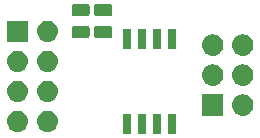
<source format=gbr>
G04 #@! TF.GenerationSoftware,KiCad,Pcbnew,5.1.2-1.fc30*
G04 #@! TF.CreationDate,2019-06-06T23:18:04+03:00*
G04 #@! TF.ProjectId,kicad_spi_nor_opi,6b696361-645f-4737-9069-5f6e6f725f6f,rev?*
G04 #@! TF.SameCoordinates,Original*
G04 #@! TF.FileFunction,Soldermask,Top*
G04 #@! TF.FilePolarity,Negative*
%FSLAX46Y46*%
G04 Gerber Fmt 4.6, Leading zero omitted, Abs format (unit mm)*
G04 Created by KiCad (PCBNEW 5.1.2-1.fc30) date 2019-06-06 23:18:04*
%MOMM*%
%LPD*%
G04 APERTURE LIST*
%ADD10C,0.100000*%
G04 APERTURE END LIST*
D10*
G36*
X93350928Y-115063764D02*
G01*
X93372009Y-115070160D01*
X93391445Y-115080548D01*
X93408476Y-115094524D01*
X93422452Y-115111555D01*
X93432840Y-115130991D01*
X93439236Y-115152072D01*
X93442000Y-115180140D01*
X93442000Y-116643860D01*
X93439236Y-116671928D01*
X93432840Y-116693009D01*
X93422452Y-116712445D01*
X93408476Y-116729476D01*
X93391445Y-116743452D01*
X93372009Y-116753840D01*
X93350928Y-116760236D01*
X93322860Y-116763000D01*
X92859140Y-116763000D01*
X92831072Y-116760236D01*
X92809991Y-116753840D01*
X92790555Y-116743452D01*
X92773524Y-116729476D01*
X92759548Y-116712445D01*
X92749160Y-116693009D01*
X92742764Y-116671928D01*
X92740000Y-116643860D01*
X92740000Y-115180140D01*
X92742764Y-115152072D01*
X92749160Y-115130991D01*
X92759548Y-115111555D01*
X92773524Y-115094524D01*
X92790555Y-115080548D01*
X92809991Y-115070160D01*
X92831072Y-115063764D01*
X92859140Y-115061000D01*
X93322860Y-115061000D01*
X93350928Y-115063764D01*
X93350928Y-115063764D01*
G37*
G36*
X90810928Y-115063764D02*
G01*
X90832009Y-115070160D01*
X90851445Y-115080548D01*
X90868476Y-115094524D01*
X90882452Y-115111555D01*
X90892840Y-115130991D01*
X90899236Y-115152072D01*
X90902000Y-115180140D01*
X90902000Y-116643860D01*
X90899236Y-116671928D01*
X90892840Y-116693009D01*
X90882452Y-116712445D01*
X90868476Y-116729476D01*
X90851445Y-116743452D01*
X90832009Y-116753840D01*
X90810928Y-116760236D01*
X90782860Y-116763000D01*
X90319140Y-116763000D01*
X90291072Y-116760236D01*
X90269991Y-116753840D01*
X90250555Y-116743452D01*
X90233524Y-116729476D01*
X90219548Y-116712445D01*
X90209160Y-116693009D01*
X90202764Y-116671928D01*
X90200000Y-116643860D01*
X90200000Y-115180140D01*
X90202764Y-115152072D01*
X90209160Y-115130991D01*
X90219548Y-115111555D01*
X90233524Y-115094524D01*
X90250555Y-115080548D01*
X90269991Y-115070160D01*
X90291072Y-115063764D01*
X90319140Y-115061000D01*
X90782860Y-115061000D01*
X90810928Y-115063764D01*
X90810928Y-115063764D01*
G37*
G36*
X89540928Y-115063764D02*
G01*
X89562009Y-115070160D01*
X89581445Y-115080548D01*
X89598476Y-115094524D01*
X89612452Y-115111555D01*
X89622840Y-115130991D01*
X89629236Y-115152072D01*
X89632000Y-115180140D01*
X89632000Y-116643860D01*
X89629236Y-116671928D01*
X89622840Y-116693009D01*
X89612452Y-116712445D01*
X89598476Y-116729476D01*
X89581445Y-116743452D01*
X89562009Y-116753840D01*
X89540928Y-116760236D01*
X89512860Y-116763000D01*
X89049140Y-116763000D01*
X89021072Y-116760236D01*
X88999991Y-116753840D01*
X88980555Y-116743452D01*
X88963524Y-116729476D01*
X88949548Y-116712445D01*
X88939160Y-116693009D01*
X88932764Y-116671928D01*
X88930000Y-116643860D01*
X88930000Y-115180140D01*
X88932764Y-115152072D01*
X88939160Y-115130991D01*
X88949548Y-115111555D01*
X88963524Y-115094524D01*
X88980555Y-115080548D01*
X88999991Y-115070160D01*
X89021072Y-115063764D01*
X89049140Y-115061000D01*
X89512860Y-115061000D01*
X89540928Y-115063764D01*
X89540928Y-115063764D01*
G37*
G36*
X92080928Y-115063764D02*
G01*
X92102009Y-115070160D01*
X92121445Y-115080548D01*
X92138476Y-115094524D01*
X92152452Y-115111555D01*
X92162840Y-115130991D01*
X92169236Y-115152072D01*
X92172000Y-115180140D01*
X92172000Y-116643860D01*
X92169236Y-116671928D01*
X92162840Y-116693009D01*
X92152452Y-116712445D01*
X92138476Y-116729476D01*
X92121445Y-116743452D01*
X92102009Y-116753840D01*
X92080928Y-116760236D01*
X92052860Y-116763000D01*
X91589140Y-116763000D01*
X91561072Y-116760236D01*
X91539991Y-116753840D01*
X91520555Y-116743452D01*
X91503524Y-116729476D01*
X91489548Y-116712445D01*
X91479160Y-116693009D01*
X91472764Y-116671928D01*
X91470000Y-116643860D01*
X91470000Y-115180140D01*
X91472764Y-115152072D01*
X91479160Y-115130991D01*
X91489548Y-115111555D01*
X91503524Y-115094524D01*
X91520555Y-115080548D01*
X91539991Y-115070160D01*
X91561072Y-115063764D01*
X91589140Y-115061000D01*
X92052860Y-115061000D01*
X92080928Y-115063764D01*
X92080928Y-115063764D01*
G37*
G36*
X82645203Y-114782199D02*
G01*
X82711387Y-114788717D01*
X82881226Y-114840237D01*
X83037751Y-114923902D01*
X83057593Y-114940186D01*
X83174946Y-115036494D01*
X83256970Y-115136442D01*
X83287538Y-115173689D01*
X83371203Y-115330214D01*
X83422723Y-115500053D01*
X83440119Y-115676680D01*
X83422723Y-115853307D01*
X83371203Y-116023146D01*
X83287538Y-116179671D01*
X83258208Y-116215409D01*
X83174946Y-116316866D01*
X83073489Y-116400128D01*
X83037751Y-116429458D01*
X82881226Y-116513123D01*
X82711387Y-116564643D01*
X82645202Y-116571162D01*
X82579020Y-116577680D01*
X82490500Y-116577680D01*
X82424318Y-116571162D01*
X82358133Y-116564643D01*
X82188294Y-116513123D01*
X82031769Y-116429458D01*
X81996031Y-116400128D01*
X81894574Y-116316866D01*
X81811312Y-116215409D01*
X81781982Y-116179671D01*
X81698317Y-116023146D01*
X81646797Y-115853307D01*
X81629401Y-115676680D01*
X81646797Y-115500053D01*
X81698317Y-115330214D01*
X81781982Y-115173689D01*
X81812550Y-115136442D01*
X81894574Y-115036494D01*
X82011927Y-114940186D01*
X82031769Y-114923902D01*
X82188294Y-114840237D01*
X82358133Y-114788717D01*
X82424317Y-114782199D01*
X82490500Y-114775680D01*
X82579020Y-114775680D01*
X82645203Y-114782199D01*
X82645203Y-114782199D01*
G37*
G36*
X80105203Y-114782199D02*
G01*
X80171387Y-114788717D01*
X80341226Y-114840237D01*
X80497751Y-114923902D01*
X80517593Y-114940186D01*
X80634946Y-115036494D01*
X80716970Y-115136442D01*
X80747538Y-115173689D01*
X80831203Y-115330214D01*
X80882723Y-115500053D01*
X80900119Y-115676680D01*
X80882723Y-115853307D01*
X80831203Y-116023146D01*
X80747538Y-116179671D01*
X80718208Y-116215409D01*
X80634946Y-116316866D01*
X80533489Y-116400128D01*
X80497751Y-116429458D01*
X80341226Y-116513123D01*
X80171387Y-116564643D01*
X80105202Y-116571162D01*
X80039020Y-116577680D01*
X79950500Y-116577680D01*
X79884318Y-116571162D01*
X79818133Y-116564643D01*
X79648294Y-116513123D01*
X79491769Y-116429458D01*
X79456031Y-116400128D01*
X79354574Y-116316866D01*
X79271312Y-116215409D01*
X79241982Y-116179671D01*
X79158317Y-116023146D01*
X79106797Y-115853307D01*
X79089401Y-115676680D01*
X79106797Y-115500053D01*
X79158317Y-115330214D01*
X79241982Y-115173689D01*
X79272550Y-115136442D01*
X79354574Y-115036494D01*
X79471927Y-114940186D01*
X79491769Y-114923902D01*
X79648294Y-114840237D01*
X79818133Y-114788717D01*
X79884317Y-114782199D01*
X79950500Y-114775680D01*
X80039020Y-114775680D01*
X80105203Y-114782199D01*
X80105203Y-114782199D01*
G37*
G36*
X97421000Y-115201000D02*
G01*
X95619000Y-115201000D01*
X95619000Y-113399000D01*
X97421000Y-113399000D01*
X97421000Y-115201000D01*
X97421000Y-115201000D01*
G37*
G36*
X99170443Y-113405519D02*
G01*
X99236627Y-113412037D01*
X99406466Y-113463557D01*
X99562991Y-113547222D01*
X99598729Y-113576552D01*
X99700186Y-113659814D01*
X99783448Y-113761271D01*
X99812778Y-113797009D01*
X99896443Y-113953534D01*
X99947963Y-114123373D01*
X99965359Y-114300000D01*
X99947963Y-114476627D01*
X99896443Y-114646466D01*
X99812778Y-114802991D01*
X99783448Y-114838729D01*
X99700186Y-114940186D01*
X99598729Y-115023448D01*
X99562991Y-115052778D01*
X99406466Y-115136443D01*
X99236627Y-115187963D01*
X99170442Y-115194482D01*
X99104260Y-115201000D01*
X99015740Y-115201000D01*
X98949558Y-115194482D01*
X98883373Y-115187963D01*
X98713534Y-115136443D01*
X98557009Y-115052778D01*
X98521271Y-115023448D01*
X98419814Y-114940186D01*
X98336552Y-114838729D01*
X98307222Y-114802991D01*
X98223557Y-114646466D01*
X98172037Y-114476627D01*
X98154641Y-114300000D01*
X98172037Y-114123373D01*
X98223557Y-113953534D01*
X98307222Y-113797009D01*
X98336552Y-113761271D01*
X98419814Y-113659814D01*
X98521271Y-113576552D01*
X98557009Y-113547222D01*
X98713534Y-113463557D01*
X98883373Y-113412037D01*
X98949557Y-113405519D01*
X99015740Y-113399000D01*
X99104260Y-113399000D01*
X99170443Y-113405519D01*
X99170443Y-113405519D01*
G37*
G36*
X80105203Y-112242199D02*
G01*
X80171387Y-112248717D01*
X80341226Y-112300237D01*
X80497751Y-112383902D01*
X80517593Y-112400186D01*
X80634946Y-112496494D01*
X80716970Y-112596442D01*
X80747538Y-112633689D01*
X80831203Y-112790214D01*
X80882723Y-112960053D01*
X80900119Y-113136680D01*
X80882723Y-113313307D01*
X80831203Y-113483146D01*
X80747538Y-113639671D01*
X80731007Y-113659814D01*
X80634946Y-113776866D01*
X80533489Y-113860128D01*
X80497751Y-113889458D01*
X80341226Y-113973123D01*
X80171387Y-114024643D01*
X80105202Y-114031162D01*
X80039020Y-114037680D01*
X79950500Y-114037680D01*
X79884318Y-114031162D01*
X79818133Y-114024643D01*
X79648294Y-113973123D01*
X79491769Y-113889458D01*
X79456031Y-113860128D01*
X79354574Y-113776866D01*
X79258513Y-113659814D01*
X79241982Y-113639671D01*
X79158317Y-113483146D01*
X79106797Y-113313307D01*
X79089401Y-113136680D01*
X79106797Y-112960053D01*
X79158317Y-112790214D01*
X79241982Y-112633689D01*
X79272550Y-112596442D01*
X79354574Y-112496494D01*
X79471927Y-112400186D01*
X79491769Y-112383902D01*
X79648294Y-112300237D01*
X79818133Y-112248717D01*
X79884317Y-112242199D01*
X79950500Y-112235680D01*
X80039020Y-112235680D01*
X80105203Y-112242199D01*
X80105203Y-112242199D01*
G37*
G36*
X82645203Y-112242199D02*
G01*
X82711387Y-112248717D01*
X82881226Y-112300237D01*
X83037751Y-112383902D01*
X83057593Y-112400186D01*
X83174946Y-112496494D01*
X83256970Y-112596442D01*
X83287538Y-112633689D01*
X83371203Y-112790214D01*
X83422723Y-112960053D01*
X83440119Y-113136680D01*
X83422723Y-113313307D01*
X83371203Y-113483146D01*
X83287538Y-113639671D01*
X83271007Y-113659814D01*
X83174946Y-113776866D01*
X83073489Y-113860128D01*
X83037751Y-113889458D01*
X82881226Y-113973123D01*
X82711387Y-114024643D01*
X82645202Y-114031162D01*
X82579020Y-114037680D01*
X82490500Y-114037680D01*
X82424318Y-114031162D01*
X82358133Y-114024643D01*
X82188294Y-113973123D01*
X82031769Y-113889458D01*
X81996031Y-113860128D01*
X81894574Y-113776866D01*
X81798513Y-113659814D01*
X81781982Y-113639671D01*
X81698317Y-113483146D01*
X81646797Y-113313307D01*
X81629401Y-113136680D01*
X81646797Y-112960053D01*
X81698317Y-112790214D01*
X81781982Y-112633689D01*
X81812550Y-112596442D01*
X81894574Y-112496494D01*
X82011927Y-112400186D01*
X82031769Y-112383902D01*
X82188294Y-112300237D01*
X82358133Y-112248717D01*
X82424317Y-112242199D01*
X82490500Y-112235680D01*
X82579020Y-112235680D01*
X82645203Y-112242199D01*
X82645203Y-112242199D01*
G37*
G36*
X96630442Y-110865518D02*
G01*
X96696627Y-110872037D01*
X96866466Y-110923557D01*
X97022991Y-111007222D01*
X97058729Y-111036552D01*
X97160186Y-111119814D01*
X97243448Y-111221271D01*
X97272778Y-111257009D01*
X97356443Y-111413534D01*
X97407963Y-111583373D01*
X97425359Y-111760000D01*
X97407963Y-111936627D01*
X97356443Y-112106466D01*
X97272778Y-112262991D01*
X97243448Y-112298729D01*
X97160186Y-112400186D01*
X97058729Y-112483448D01*
X97022991Y-112512778D01*
X96866466Y-112596443D01*
X96696627Y-112647963D01*
X96630442Y-112654482D01*
X96564260Y-112661000D01*
X96475740Y-112661000D01*
X96409558Y-112654482D01*
X96343373Y-112647963D01*
X96173534Y-112596443D01*
X96017009Y-112512778D01*
X95981271Y-112483448D01*
X95879814Y-112400186D01*
X95796552Y-112298729D01*
X95767222Y-112262991D01*
X95683557Y-112106466D01*
X95632037Y-111936627D01*
X95614641Y-111760000D01*
X95632037Y-111583373D01*
X95683557Y-111413534D01*
X95767222Y-111257009D01*
X95796552Y-111221271D01*
X95879814Y-111119814D01*
X95981271Y-111036552D01*
X96017009Y-111007222D01*
X96173534Y-110923557D01*
X96343373Y-110872037D01*
X96409558Y-110865518D01*
X96475740Y-110859000D01*
X96564260Y-110859000D01*
X96630442Y-110865518D01*
X96630442Y-110865518D01*
G37*
G36*
X99170442Y-110865518D02*
G01*
X99236627Y-110872037D01*
X99406466Y-110923557D01*
X99562991Y-111007222D01*
X99598729Y-111036552D01*
X99700186Y-111119814D01*
X99783448Y-111221271D01*
X99812778Y-111257009D01*
X99896443Y-111413534D01*
X99947963Y-111583373D01*
X99965359Y-111760000D01*
X99947963Y-111936627D01*
X99896443Y-112106466D01*
X99812778Y-112262991D01*
X99783448Y-112298729D01*
X99700186Y-112400186D01*
X99598729Y-112483448D01*
X99562991Y-112512778D01*
X99406466Y-112596443D01*
X99236627Y-112647963D01*
X99170442Y-112654482D01*
X99104260Y-112661000D01*
X99015740Y-112661000D01*
X98949558Y-112654482D01*
X98883373Y-112647963D01*
X98713534Y-112596443D01*
X98557009Y-112512778D01*
X98521271Y-112483448D01*
X98419814Y-112400186D01*
X98336552Y-112298729D01*
X98307222Y-112262991D01*
X98223557Y-112106466D01*
X98172037Y-111936627D01*
X98154641Y-111760000D01*
X98172037Y-111583373D01*
X98223557Y-111413534D01*
X98307222Y-111257009D01*
X98336552Y-111221271D01*
X98419814Y-111119814D01*
X98521271Y-111036552D01*
X98557009Y-111007222D01*
X98713534Y-110923557D01*
X98883373Y-110872037D01*
X98949558Y-110865518D01*
X99015740Y-110859000D01*
X99104260Y-110859000D01*
X99170442Y-110865518D01*
X99170442Y-110865518D01*
G37*
G36*
X82645202Y-109702198D02*
G01*
X82711387Y-109708717D01*
X82881226Y-109760237D01*
X83037751Y-109843902D01*
X83057593Y-109860186D01*
X83174946Y-109956494D01*
X83256970Y-110056442D01*
X83287538Y-110093689D01*
X83371203Y-110250214D01*
X83422723Y-110420053D01*
X83440119Y-110596680D01*
X83422723Y-110773307D01*
X83371203Y-110943146D01*
X83287538Y-111099671D01*
X83271007Y-111119814D01*
X83174946Y-111236866D01*
X83073489Y-111320128D01*
X83037751Y-111349458D01*
X82881226Y-111433123D01*
X82711387Y-111484643D01*
X82645203Y-111491161D01*
X82579020Y-111497680D01*
X82490500Y-111497680D01*
X82424317Y-111491161D01*
X82358133Y-111484643D01*
X82188294Y-111433123D01*
X82031769Y-111349458D01*
X81996031Y-111320128D01*
X81894574Y-111236866D01*
X81798513Y-111119814D01*
X81781982Y-111099671D01*
X81698317Y-110943146D01*
X81646797Y-110773307D01*
X81629401Y-110596680D01*
X81646797Y-110420053D01*
X81698317Y-110250214D01*
X81781982Y-110093689D01*
X81812550Y-110056442D01*
X81894574Y-109956494D01*
X82011927Y-109860186D01*
X82031769Y-109843902D01*
X82188294Y-109760237D01*
X82358133Y-109708717D01*
X82424318Y-109702198D01*
X82490500Y-109695680D01*
X82579020Y-109695680D01*
X82645202Y-109702198D01*
X82645202Y-109702198D01*
G37*
G36*
X80105202Y-109702198D02*
G01*
X80171387Y-109708717D01*
X80341226Y-109760237D01*
X80497751Y-109843902D01*
X80517593Y-109860186D01*
X80634946Y-109956494D01*
X80716970Y-110056442D01*
X80747538Y-110093689D01*
X80831203Y-110250214D01*
X80882723Y-110420053D01*
X80900119Y-110596680D01*
X80882723Y-110773307D01*
X80831203Y-110943146D01*
X80747538Y-111099671D01*
X80731007Y-111119814D01*
X80634946Y-111236866D01*
X80533489Y-111320128D01*
X80497751Y-111349458D01*
X80341226Y-111433123D01*
X80171387Y-111484643D01*
X80105203Y-111491161D01*
X80039020Y-111497680D01*
X79950500Y-111497680D01*
X79884317Y-111491161D01*
X79818133Y-111484643D01*
X79648294Y-111433123D01*
X79491769Y-111349458D01*
X79456031Y-111320128D01*
X79354574Y-111236866D01*
X79258513Y-111119814D01*
X79241982Y-111099671D01*
X79158317Y-110943146D01*
X79106797Y-110773307D01*
X79089401Y-110596680D01*
X79106797Y-110420053D01*
X79158317Y-110250214D01*
X79241982Y-110093689D01*
X79272550Y-110056442D01*
X79354574Y-109956494D01*
X79471927Y-109860186D01*
X79491769Y-109843902D01*
X79648294Y-109760237D01*
X79818133Y-109708717D01*
X79884318Y-109702198D01*
X79950500Y-109695680D01*
X80039020Y-109695680D01*
X80105202Y-109702198D01*
X80105202Y-109702198D01*
G37*
G36*
X99170443Y-108325519D02*
G01*
X99236627Y-108332037D01*
X99406466Y-108383557D01*
X99406468Y-108383558D01*
X99443114Y-108403146D01*
X99562991Y-108467222D01*
X99598729Y-108496552D01*
X99700186Y-108579814D01*
X99783448Y-108681271D01*
X99812778Y-108717009D01*
X99896443Y-108873534D01*
X99947963Y-109043373D01*
X99965359Y-109220000D01*
X99947963Y-109396627D01*
X99896443Y-109566466D01*
X99812778Y-109722991D01*
X99783448Y-109758729D01*
X99700186Y-109860186D01*
X99598729Y-109943448D01*
X99562991Y-109972778D01*
X99406466Y-110056443D01*
X99236627Y-110107963D01*
X99170443Y-110114481D01*
X99104260Y-110121000D01*
X99015740Y-110121000D01*
X98949557Y-110114481D01*
X98883373Y-110107963D01*
X98713534Y-110056443D01*
X98557009Y-109972778D01*
X98521271Y-109943448D01*
X98419814Y-109860186D01*
X98336552Y-109758729D01*
X98307222Y-109722991D01*
X98223557Y-109566466D01*
X98172037Y-109396627D01*
X98154641Y-109220000D01*
X98172037Y-109043373D01*
X98223557Y-108873534D01*
X98307222Y-108717009D01*
X98336552Y-108681271D01*
X98419814Y-108579814D01*
X98521271Y-108496552D01*
X98557009Y-108467222D01*
X98676886Y-108403146D01*
X98713532Y-108383558D01*
X98713534Y-108383557D01*
X98883373Y-108332037D01*
X98949557Y-108325519D01*
X99015740Y-108319000D01*
X99104260Y-108319000D01*
X99170443Y-108325519D01*
X99170443Y-108325519D01*
G37*
G36*
X96630443Y-108325519D02*
G01*
X96696627Y-108332037D01*
X96866466Y-108383557D01*
X96866468Y-108383558D01*
X96903114Y-108403146D01*
X97022991Y-108467222D01*
X97058729Y-108496552D01*
X97160186Y-108579814D01*
X97243448Y-108681271D01*
X97272778Y-108717009D01*
X97356443Y-108873534D01*
X97407963Y-109043373D01*
X97425359Y-109220000D01*
X97407963Y-109396627D01*
X97356443Y-109566466D01*
X97272778Y-109722991D01*
X97243448Y-109758729D01*
X97160186Y-109860186D01*
X97058729Y-109943448D01*
X97022991Y-109972778D01*
X96866466Y-110056443D01*
X96696627Y-110107963D01*
X96630443Y-110114481D01*
X96564260Y-110121000D01*
X96475740Y-110121000D01*
X96409557Y-110114481D01*
X96343373Y-110107963D01*
X96173534Y-110056443D01*
X96017009Y-109972778D01*
X95981271Y-109943448D01*
X95879814Y-109860186D01*
X95796552Y-109758729D01*
X95767222Y-109722991D01*
X95683557Y-109566466D01*
X95632037Y-109396627D01*
X95614641Y-109220000D01*
X95632037Y-109043373D01*
X95683557Y-108873534D01*
X95767222Y-108717009D01*
X95796552Y-108681271D01*
X95879814Y-108579814D01*
X95981271Y-108496552D01*
X96017009Y-108467222D01*
X96136886Y-108403146D01*
X96173532Y-108383558D01*
X96173534Y-108383557D01*
X96343373Y-108332037D01*
X96409557Y-108325519D01*
X96475740Y-108319000D01*
X96564260Y-108319000D01*
X96630443Y-108325519D01*
X96630443Y-108325519D01*
G37*
G36*
X93350928Y-107863764D02*
G01*
X93372009Y-107870160D01*
X93391445Y-107880548D01*
X93408476Y-107894524D01*
X93422452Y-107911555D01*
X93432840Y-107930991D01*
X93439236Y-107952072D01*
X93442000Y-107980140D01*
X93442000Y-109443860D01*
X93439236Y-109471928D01*
X93432840Y-109493009D01*
X93422452Y-109512445D01*
X93408476Y-109529476D01*
X93391445Y-109543452D01*
X93372009Y-109553840D01*
X93350928Y-109560236D01*
X93322860Y-109563000D01*
X92859140Y-109563000D01*
X92831072Y-109560236D01*
X92809991Y-109553840D01*
X92790555Y-109543452D01*
X92773524Y-109529476D01*
X92759548Y-109512445D01*
X92749160Y-109493009D01*
X92742764Y-109471928D01*
X92740000Y-109443860D01*
X92740000Y-107980140D01*
X92742764Y-107952072D01*
X92749160Y-107930991D01*
X92759548Y-107911555D01*
X92773524Y-107894524D01*
X92790555Y-107880548D01*
X92809991Y-107870160D01*
X92831072Y-107863764D01*
X92859140Y-107861000D01*
X93322860Y-107861000D01*
X93350928Y-107863764D01*
X93350928Y-107863764D01*
G37*
G36*
X92080928Y-107863764D02*
G01*
X92102009Y-107870160D01*
X92121445Y-107880548D01*
X92138476Y-107894524D01*
X92152452Y-107911555D01*
X92162840Y-107930991D01*
X92169236Y-107952072D01*
X92172000Y-107980140D01*
X92172000Y-109443860D01*
X92169236Y-109471928D01*
X92162840Y-109493009D01*
X92152452Y-109512445D01*
X92138476Y-109529476D01*
X92121445Y-109543452D01*
X92102009Y-109553840D01*
X92080928Y-109560236D01*
X92052860Y-109563000D01*
X91589140Y-109563000D01*
X91561072Y-109560236D01*
X91539991Y-109553840D01*
X91520555Y-109543452D01*
X91503524Y-109529476D01*
X91489548Y-109512445D01*
X91479160Y-109493009D01*
X91472764Y-109471928D01*
X91470000Y-109443860D01*
X91470000Y-107980140D01*
X91472764Y-107952072D01*
X91479160Y-107930991D01*
X91489548Y-107911555D01*
X91503524Y-107894524D01*
X91520555Y-107880548D01*
X91539991Y-107870160D01*
X91561072Y-107863764D01*
X91589140Y-107861000D01*
X92052860Y-107861000D01*
X92080928Y-107863764D01*
X92080928Y-107863764D01*
G37*
G36*
X90810928Y-107863764D02*
G01*
X90832009Y-107870160D01*
X90851445Y-107880548D01*
X90868476Y-107894524D01*
X90882452Y-107911555D01*
X90892840Y-107930991D01*
X90899236Y-107952072D01*
X90902000Y-107980140D01*
X90902000Y-109443860D01*
X90899236Y-109471928D01*
X90892840Y-109493009D01*
X90882452Y-109512445D01*
X90868476Y-109529476D01*
X90851445Y-109543452D01*
X90832009Y-109553840D01*
X90810928Y-109560236D01*
X90782860Y-109563000D01*
X90319140Y-109563000D01*
X90291072Y-109560236D01*
X90269991Y-109553840D01*
X90250555Y-109543452D01*
X90233524Y-109529476D01*
X90219548Y-109512445D01*
X90209160Y-109493009D01*
X90202764Y-109471928D01*
X90200000Y-109443860D01*
X90200000Y-107980140D01*
X90202764Y-107952072D01*
X90209160Y-107930991D01*
X90219548Y-107911555D01*
X90233524Y-107894524D01*
X90250555Y-107880548D01*
X90269991Y-107870160D01*
X90291072Y-107863764D01*
X90319140Y-107861000D01*
X90782860Y-107861000D01*
X90810928Y-107863764D01*
X90810928Y-107863764D01*
G37*
G36*
X89540928Y-107863764D02*
G01*
X89562009Y-107870160D01*
X89581445Y-107880548D01*
X89598476Y-107894524D01*
X89612452Y-107911555D01*
X89622840Y-107930991D01*
X89629236Y-107952072D01*
X89632000Y-107980140D01*
X89632000Y-109443860D01*
X89629236Y-109471928D01*
X89622840Y-109493009D01*
X89612452Y-109512445D01*
X89598476Y-109529476D01*
X89581445Y-109543452D01*
X89562009Y-109553840D01*
X89540928Y-109560236D01*
X89512860Y-109563000D01*
X89049140Y-109563000D01*
X89021072Y-109560236D01*
X88999991Y-109553840D01*
X88980555Y-109543452D01*
X88963524Y-109529476D01*
X88949548Y-109512445D01*
X88939160Y-109493009D01*
X88932764Y-109471928D01*
X88930000Y-109443860D01*
X88930000Y-107980140D01*
X88932764Y-107952072D01*
X88939160Y-107930991D01*
X88949548Y-107911555D01*
X88963524Y-107894524D01*
X88980555Y-107880548D01*
X88999991Y-107870160D01*
X89021072Y-107863764D01*
X89049140Y-107861000D01*
X89512860Y-107861000D01*
X89540928Y-107863764D01*
X89540928Y-107863764D01*
G37*
G36*
X80895760Y-108957680D02*
G01*
X79093760Y-108957680D01*
X79093760Y-107155680D01*
X80895760Y-107155680D01*
X80895760Y-108957680D01*
X80895760Y-108957680D01*
G37*
G36*
X82645203Y-107162199D02*
G01*
X82711387Y-107168717D01*
X82881226Y-107220237D01*
X83037751Y-107303902D01*
X83073489Y-107333232D01*
X83174946Y-107416494D01*
X83258208Y-107517951D01*
X83287538Y-107553689D01*
X83371203Y-107710214D01*
X83422723Y-107880053D01*
X83440119Y-108056680D01*
X83422723Y-108233307D01*
X83371203Y-108403146D01*
X83287538Y-108559671D01*
X83271007Y-108579814D01*
X83174946Y-108696866D01*
X83073489Y-108780128D01*
X83037751Y-108809458D01*
X82881226Y-108893123D01*
X82711387Y-108944643D01*
X82645203Y-108951161D01*
X82579020Y-108957680D01*
X82490500Y-108957680D01*
X82424317Y-108951161D01*
X82358133Y-108944643D01*
X82188294Y-108893123D01*
X82031769Y-108809458D01*
X81996031Y-108780128D01*
X81894574Y-108696866D01*
X81798513Y-108579814D01*
X81781982Y-108559671D01*
X81698317Y-108403146D01*
X81646797Y-108233307D01*
X81629401Y-108056680D01*
X81646797Y-107880053D01*
X81698317Y-107710214D01*
X81781982Y-107553689D01*
X81811312Y-107517951D01*
X81894574Y-107416494D01*
X81996031Y-107333232D01*
X82031769Y-107303902D01*
X82188294Y-107220237D01*
X82358133Y-107168717D01*
X82424317Y-107162199D01*
X82490500Y-107155680D01*
X82579020Y-107155680D01*
X82645203Y-107162199D01*
X82645203Y-107162199D01*
G37*
G36*
X87833468Y-107591565D02*
G01*
X87872138Y-107603296D01*
X87907777Y-107622346D01*
X87939017Y-107647983D01*
X87964654Y-107679223D01*
X87983704Y-107714862D01*
X87995435Y-107753532D01*
X88000000Y-107799888D01*
X88000000Y-108451112D01*
X87995435Y-108497468D01*
X87983704Y-108536138D01*
X87964654Y-108571777D01*
X87939017Y-108603017D01*
X87907777Y-108628654D01*
X87872138Y-108647704D01*
X87833468Y-108659435D01*
X87787112Y-108664000D01*
X86710888Y-108664000D01*
X86664532Y-108659435D01*
X86625862Y-108647704D01*
X86590223Y-108628654D01*
X86558983Y-108603017D01*
X86533346Y-108571777D01*
X86514296Y-108536138D01*
X86502565Y-108497468D01*
X86498000Y-108451112D01*
X86498000Y-107799888D01*
X86502565Y-107753532D01*
X86514296Y-107714862D01*
X86533346Y-107679223D01*
X86558983Y-107647983D01*
X86590223Y-107622346D01*
X86625862Y-107603296D01*
X86664532Y-107591565D01*
X86710888Y-107587000D01*
X87787112Y-107587000D01*
X87833468Y-107591565D01*
X87833468Y-107591565D01*
G37*
G36*
X85928468Y-107591565D02*
G01*
X85967138Y-107603296D01*
X86002777Y-107622346D01*
X86034017Y-107647983D01*
X86059654Y-107679223D01*
X86078704Y-107714862D01*
X86090435Y-107753532D01*
X86095000Y-107799888D01*
X86095000Y-108451112D01*
X86090435Y-108497468D01*
X86078704Y-108536138D01*
X86059654Y-108571777D01*
X86034017Y-108603017D01*
X86002777Y-108628654D01*
X85967138Y-108647704D01*
X85928468Y-108659435D01*
X85882112Y-108664000D01*
X84805888Y-108664000D01*
X84759532Y-108659435D01*
X84720862Y-108647704D01*
X84685223Y-108628654D01*
X84653983Y-108603017D01*
X84628346Y-108571777D01*
X84609296Y-108536138D01*
X84597565Y-108497468D01*
X84593000Y-108451112D01*
X84593000Y-107799888D01*
X84597565Y-107753532D01*
X84609296Y-107714862D01*
X84628346Y-107679223D01*
X84653983Y-107647983D01*
X84685223Y-107622346D01*
X84720862Y-107603296D01*
X84759532Y-107591565D01*
X84805888Y-107587000D01*
X85882112Y-107587000D01*
X85928468Y-107591565D01*
X85928468Y-107591565D01*
G37*
G36*
X87833468Y-105716565D02*
G01*
X87872138Y-105728296D01*
X87907777Y-105747346D01*
X87939017Y-105772983D01*
X87964654Y-105804223D01*
X87983704Y-105839862D01*
X87995435Y-105878532D01*
X88000000Y-105924888D01*
X88000000Y-106576112D01*
X87995435Y-106622468D01*
X87983704Y-106661138D01*
X87964654Y-106696777D01*
X87939017Y-106728017D01*
X87907777Y-106753654D01*
X87872138Y-106772704D01*
X87833468Y-106784435D01*
X87787112Y-106789000D01*
X86710888Y-106789000D01*
X86664532Y-106784435D01*
X86625862Y-106772704D01*
X86590223Y-106753654D01*
X86558983Y-106728017D01*
X86533346Y-106696777D01*
X86514296Y-106661138D01*
X86502565Y-106622468D01*
X86498000Y-106576112D01*
X86498000Y-105924888D01*
X86502565Y-105878532D01*
X86514296Y-105839862D01*
X86533346Y-105804223D01*
X86558983Y-105772983D01*
X86590223Y-105747346D01*
X86625862Y-105728296D01*
X86664532Y-105716565D01*
X86710888Y-105712000D01*
X87787112Y-105712000D01*
X87833468Y-105716565D01*
X87833468Y-105716565D01*
G37*
G36*
X85928468Y-105716565D02*
G01*
X85967138Y-105728296D01*
X86002777Y-105747346D01*
X86034017Y-105772983D01*
X86059654Y-105804223D01*
X86078704Y-105839862D01*
X86090435Y-105878532D01*
X86095000Y-105924888D01*
X86095000Y-106576112D01*
X86090435Y-106622468D01*
X86078704Y-106661138D01*
X86059654Y-106696777D01*
X86034017Y-106728017D01*
X86002777Y-106753654D01*
X85967138Y-106772704D01*
X85928468Y-106784435D01*
X85882112Y-106789000D01*
X84805888Y-106789000D01*
X84759532Y-106784435D01*
X84720862Y-106772704D01*
X84685223Y-106753654D01*
X84653983Y-106728017D01*
X84628346Y-106696777D01*
X84609296Y-106661138D01*
X84597565Y-106622468D01*
X84593000Y-106576112D01*
X84593000Y-105924888D01*
X84597565Y-105878532D01*
X84609296Y-105839862D01*
X84628346Y-105804223D01*
X84653983Y-105772983D01*
X84685223Y-105747346D01*
X84720862Y-105728296D01*
X84759532Y-105716565D01*
X84805888Y-105712000D01*
X85882112Y-105712000D01*
X85928468Y-105716565D01*
X85928468Y-105716565D01*
G37*
M02*

</source>
